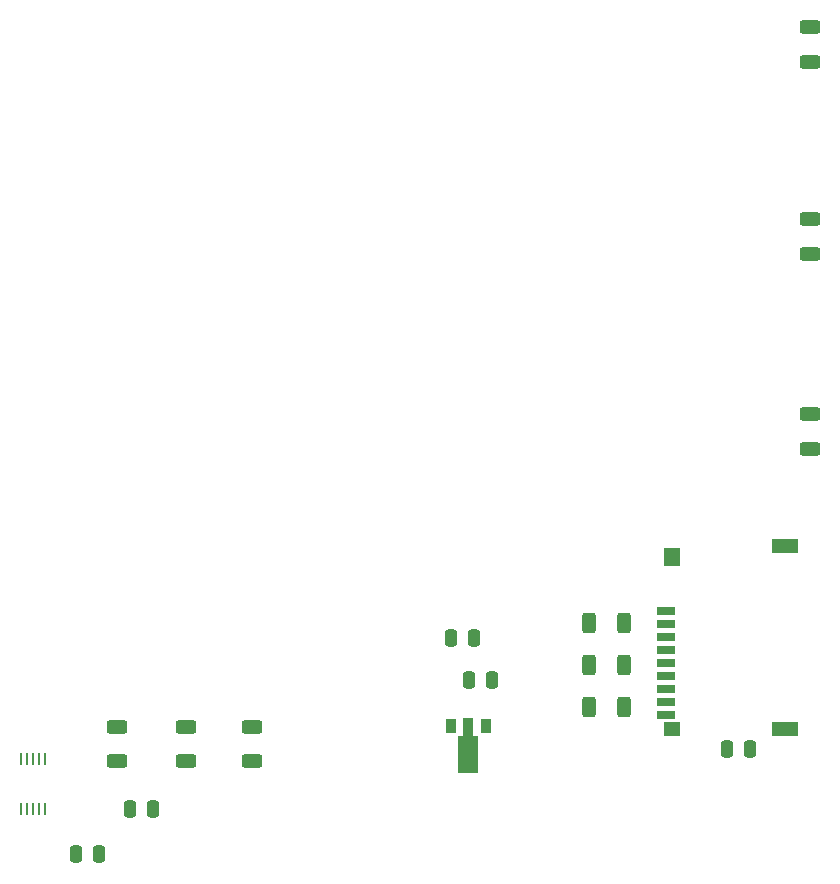
<source format=gbr>
%TF.GenerationSoftware,KiCad,Pcbnew,7.0.9*%
%TF.CreationDate,2024-02-28T20:27:22+01:00*%
%TF.ProjectId,logger_pcb_kicad,6c6f6767-6572-45f7-9063-625f6b696361,rev?*%
%TF.SameCoordinates,Original*%
%TF.FileFunction,Paste,Top*%
%TF.FilePolarity,Positive*%
%FSLAX46Y46*%
G04 Gerber Fmt 4.6, Leading zero omitted, Abs format (unit mm)*
G04 Created by KiCad (PCBNEW 7.0.9) date 2024-02-28 20:27:22*
%MOMM*%
%LPD*%
G01*
G04 APERTURE LIST*
G04 Aperture macros list*
%AMRoundRect*
0 Rectangle with rounded corners*
0 $1 Rounding radius*
0 $2 $3 $4 $5 $6 $7 $8 $9 X,Y pos of 4 corners*
0 Add a 4 corners polygon primitive as box body*
4,1,4,$2,$3,$4,$5,$6,$7,$8,$9,$2,$3,0*
0 Add four circle primitives for the rounded corners*
1,1,$1+$1,$2,$3*
1,1,$1+$1,$4,$5*
1,1,$1+$1,$6,$7*
1,1,$1+$1,$8,$9*
0 Add four rect primitives between the rounded corners*
20,1,$1+$1,$2,$3,$4,$5,0*
20,1,$1+$1,$4,$5,$6,$7,0*
20,1,$1+$1,$6,$7,$8,$9,0*
20,1,$1+$1,$8,$9,$2,$3,0*%
%AMFreePoly0*
4,1,9,3.862500,-0.866500,0.737500,-0.866500,0.737500,-0.450000,-0.737500,-0.450000,-0.737500,0.450000,0.737500,0.450000,0.737500,0.866500,3.862500,0.866500,3.862500,-0.866500,3.862500,-0.866500,$1*%
G04 Aperture macros list end*
%ADD10RoundRect,0.250000X-0.312500X-0.625000X0.312500X-0.625000X0.312500X0.625000X-0.312500X0.625000X0*%
%ADD11RoundRect,0.250000X0.625000X-0.312500X0.625000X0.312500X-0.625000X0.312500X-0.625000X-0.312500X0*%
%ADD12RoundRect,0.250000X-0.250000X-0.475000X0.250000X-0.475000X0.250000X0.475000X-0.250000X0.475000X0*%
%ADD13RoundRect,0.250000X0.250000X0.475000X-0.250000X0.475000X-0.250000X-0.475000X0.250000X-0.475000X0*%
%ADD14R,0.900000X1.300000*%
%ADD15FreePoly0,270.000000*%
%ADD16R,0.250000X1.100000*%
%ADD17R,1.600000X0.700000*%
%ADD18R,2.200000X1.200000*%
%ADD19R,1.400000X1.600000*%
%ADD20R,1.400000X1.200000*%
G04 APERTURE END LIST*
D10*
%TO.C,R13*%
X173289500Y-102362000D03*
X176214500Y-102362000D03*
%TD*%
D11*
%TO.C,R1*%
X192024000Y-87568500D03*
X192024000Y-84643500D03*
%TD*%
%TO.C,R7*%
X139192000Y-114046000D03*
X139192000Y-111121000D03*
%TD*%
%TO.C,R2*%
X192024000Y-71058500D03*
X192024000Y-68133500D03*
%TD*%
D12*
%TO.C,C4*%
X161610000Y-103632000D03*
X163510000Y-103632000D03*
%TD*%
D11*
%TO.C,R8*%
X144780000Y-114046000D03*
X144780000Y-111121000D03*
%TD*%
D13*
%TO.C,C2*%
X136332000Y-118110000D03*
X134432000Y-118110000D03*
%TD*%
D14*
%TO.C,U6*%
X164568000Y-111080000D03*
D15*
X163068000Y-111167500D03*
D14*
X161568000Y-111080000D03*
%TD*%
D12*
%TO.C,C5*%
X129860000Y-121920000D03*
X131760000Y-121920000D03*
%TD*%
D16*
%TO.C,U3*%
X127238000Y-113810000D03*
X126738000Y-113810000D03*
X126238000Y-113810000D03*
X125738000Y-113810000D03*
X125238000Y-113810000D03*
X125238000Y-118110000D03*
X125738000Y-118110000D03*
X126238000Y-118110000D03*
X126738000Y-118110000D03*
X127238000Y-118110000D03*
%TD*%
D10*
%TO.C,R14*%
X173289500Y-105918000D03*
X176214500Y-105918000D03*
%TD*%
D11*
%TO.C,R6*%
X133350000Y-114046000D03*
X133350000Y-111121000D03*
%TD*%
D17*
%TO.C,J3*%
X179814600Y-101323200D03*
X179814600Y-102423200D03*
X179814600Y-103523200D03*
X179814600Y-104623200D03*
X179814600Y-105723200D03*
X179814600Y-106823200D03*
X179814600Y-107923200D03*
X179814600Y-109023200D03*
X179814600Y-110123200D03*
D18*
X189914600Y-95823200D03*
D19*
X180314600Y-96723200D03*
D18*
X189914600Y-111323200D03*
D20*
X180314600Y-111323200D03*
%TD*%
D13*
%TO.C,C1*%
X186878000Y-113000000D03*
X184978000Y-113000000D03*
%TD*%
D11*
%TO.C,R3*%
X192024000Y-54802500D03*
X192024000Y-51877500D03*
%TD*%
D12*
%TO.C,C3*%
X163134000Y-107188000D03*
X165034000Y-107188000D03*
%TD*%
D10*
%TO.C,R15*%
X173289500Y-109474000D03*
X176214500Y-109474000D03*
%TD*%
M02*

</source>
